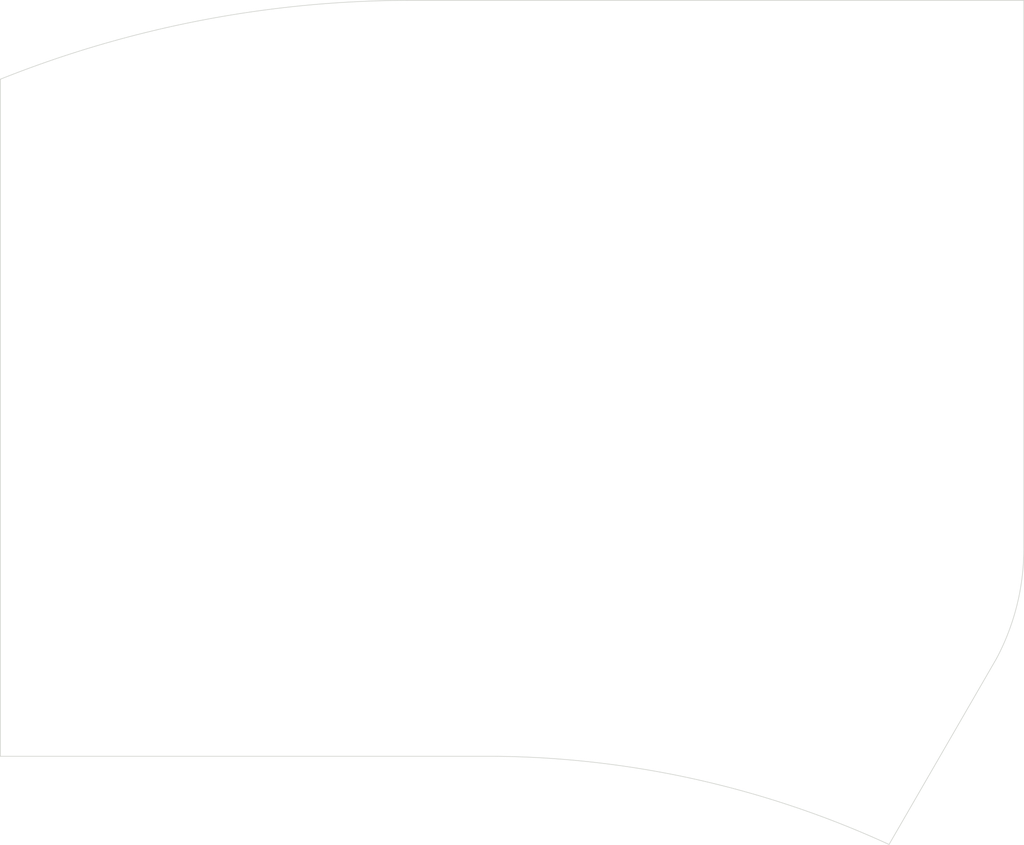
<source format=kicad_pcb>
(kicad_pcb (version 20171130) (host pcbnew "(5.1.6)-1")

  (general
    (thickness 1.6)
    (drawings 8)
    (tracks 0)
    (zones 0)
    (modules 6)
    (nets 1)
  )

  (page A3)
  (layers
    (0 F.Cu signal)
    (31 B.Cu signal)
    (32 B.Adhes user)
    (33 F.Adhes user)
    (34 B.Paste user)
    (35 F.Paste user)
    (36 B.SilkS user)
    (37 F.SilkS user)
    (38 B.Mask user)
    (39 F.Mask user)
    (40 Dwgs.User user)
    (41 Cmts.User user)
    (42 Eco1.User user)
    (43 Eco2.User user)
    (44 Edge.Cuts user)
    (45 Margin user)
    (46 B.CrtYd user)
    (47 F.CrtYd user)
    (48 B.Fab user)
    (49 F.Fab user)
  )

  (setup
    (last_trace_width 0.2)
    (user_trace_width 0.2)
    (user_trace_width 0.5)
    (user_trace_width 1)
    (user_trace_width 1.7526)
    (trace_clearance 0.127)
    (zone_clearance 0.2)
    (zone_45_only no)
    (trace_min 0.2)
    (via_size 0.45)
    (via_drill 0.3)
    (via_min_size 0.4)
    (via_min_drill 0.3)
    (user_via 0.6 0.3)
    (uvia_size 0.3)
    (uvia_drill 0.1)
    (uvias_allowed no)
    (uvia_min_size 0.2)
    (uvia_min_drill 0.1)
    (edge_width 0.1)
    (segment_width 0.2)
    (pcb_text_width 0.3)
    (pcb_text_size 1.5 1.5)
    (mod_edge_width 0.12)
    (mod_text_size 1 1)
    (mod_text_width 0.15)
    (pad_size 3.2 2)
    (pad_drill 2.8)
    (pad_to_mask_clearance 0.051)
    (solder_mask_min_width 0.25)
    (aux_axis_origin 0 0)
    (visible_elements 7FFFFFFF)
    (pcbplotparams
      (layerselection 0x010fc_ffffffff)
      (usegerberextensions false)
      (usegerberattributes false)
      (usegerberadvancedattributes false)
      (creategerberjobfile false)
      (excludeedgelayer true)
      (linewidth 0.100000)
      (plotframeref false)
      (viasonmask false)
      (mode 1)
      (useauxorigin false)
      (hpglpennumber 1)
      (hpglpenspeed 20)
      (hpglpendiameter 15.000000)
      (psnegative false)
      (psa4output false)
      (plotreference true)
      (plotvalue true)
      (plotinvisibletext false)
      (padsonsilk false)
      (subtractmaskfromsilk false)
      (outputformat 1)
      (mirror false)
      (drillshape 0)
      (scaleselection 1)
      (outputdirectory "CantaloupeV2.0-Base/"))
  )

  (net 0 "")

  (net_class Default "This is the default net class."
    (clearance 0.127)
    (trace_width 0.2)
    (via_dia 0.45)
    (via_drill 0.3)
    (uvia_dia 0.3)
    (uvia_drill 0.1)
  )

  (net_class Battery ""
    (clearance 0.127)
    (trace_width 1)
    (via_dia 0.7)
    (via_drill 0.35)
    (uvia_dia 0.3)
    (uvia_drill 0.1)
  )

  (net_class Power ""
    (clearance 0.127)
    (trace_width 0.5)
    (via_dia 0.6)
    (via_drill 0.3)
    (uvia_dia 0.3)
    (uvia_drill 0.1)
  )

  (module MountingHole:MountingHole_2.2mm_M2 (layer F.Cu) (tedit 56D1B4CB) (tstamp 61EA2B60)
    (at 129.047816 42.04011 180)
    (descr "Mounting Hole 2.2mm, no annular, M2")
    (tags "mounting hole 2.2mm no annular m2")
    (path /62097F0B)
    (attr virtual)
    (fp_text reference H5 (at 0 -2.54) (layer F.SilkS) hide
      (effects (font (size 0.29972 0.29972) (thickness 0.0762)))
    )
    (fp_text value Hole (at 0 2.54) (layer F.SilkS) hide
      (effects (font (size 0.29972 0.29972) (thickness 0.0762)))
    )
    (fp_circle (center 0 0) (end 2.45 0) (layer F.CrtYd) (width 0.05))
    (fp_circle (center 0 0) (end 2.2 0) (layer Cmts.User) (width 0.15))
    (fp_text user %R (at 0.3 0) (layer F.Fab)
      (effects (font (size 1 1) (thickness 0.15)))
    )
    (pad 1 np_thru_hole circle (at 0 0 180) (size 2.2 2.2) (drill 2.2) (layers *.Cu *.Mask))
  )

  (module MountingHole:MountingHole_2.2mm_M2 (layer F.Cu) (tedit 56D1B4CB) (tstamp 61EA2B59)
    (at 71.897816 36.679817 180)
    (descr "Mounting Hole 2.2mm, no annular, M2")
    (tags "mounting hole 2.2mm no annular m2")
    (path /6209708C)
    (attr virtual)
    (fp_text reference H3 (at 0 -2.54) (layer F.SilkS) hide
      (effects (font (size 0.29972 0.29972) (thickness 0.0762)))
    )
    (fp_text value Hole (at 0 2.54) (layer F.SilkS) hide
      (effects (font (size 0.29972 0.29972) (thickness 0.0762)))
    )
    (fp_circle (center 0 0) (end 2.45 0) (layer F.CrtYd) (width 0.05))
    (fp_circle (center 0 0) (end 2.2 0) (layer Cmts.User) (width 0.15))
    (fp_text user %R (at 0.3 0) (layer F.Fab)
      (effects (font (size 1 1) (thickness 0.15)))
    )
    (pad 1 np_thru_hole circle (at 0 0 180) (size 2.2 2.2) (drill 2.2) (layers *.Cu *.Mask))
  )

  (module MountingHole:MountingHole_2.2mm_M2 (layer F.Cu) (tedit 56D1B4CB) (tstamp 61EA2B52)
    (at 131.079816 105.47661 180)
    (descr "Mounting Hole 2.2mm, no annular, M2")
    (tags "mounting hole 2.2mm no annular m2")
    (path /62097F11)
    (attr virtual)
    (fp_text reference H6 (at 0 -2.54) (layer F.SilkS) hide
      (effects (font (size 0.29972 0.29972) (thickness 0.0762)))
    )
    (fp_text value Hole (at 0 2.54) (layer F.SilkS) hide
      (effects (font (size 0.29972 0.29972) (thickness 0.0762)))
    )
    (fp_circle (center 0 0) (end 2.45 0) (layer F.CrtYd) (width 0.05))
    (fp_circle (center 0 0) (end 2.2 0) (layer Cmts.User) (width 0.15))
    (fp_text user %R (at 0.3 0) (layer F.Fab)
      (effects (font (size 1 1) (thickness 0.15)))
    )
    (pad 1 np_thru_hole circle (at 0 0 180) (size 2.2 2.2) (drill 2.2) (layers *.Cu *.Mask))
  )

  (module MountingHole:MountingHole_2.2mm_M2 (layer F.Cu) (tedit 56D1B4CB) (tstamp 61EA2B4B)
    (at 33.851856 44.712574 180)
    (descr "Mounting Hole 2.2mm, no annular, M2")
    (tags "mounting hole 2.2mm no annular m2")
    (path /62077E70)
    (attr virtual)
    (fp_text reference H1 (at 0 -2.54) (layer F.SilkS) hide
      (effects (font (size 0.29972 0.29972) (thickness 0.0762)))
    )
    (fp_text value Hole (at 0 2.54) (layer F.SilkS) hide
      (effects (font (size 0.29972 0.29972) (thickness 0.0762)))
    )
    (fp_circle (center 0 0) (end 2.45 0) (layer F.CrtYd) (width 0.05))
    (fp_circle (center 0 0) (end 2.2 0) (layer Cmts.User) (width 0.15))
    (fp_text user %R (at 0.3 0) (layer F.Fab)
      (effects (font (size 1 1) (thickness 0.15)))
    )
    (pad 1 np_thru_hole circle (at 0 0 180) (size 2.2 2.2) (drill 2.2) (layers *.Cu *.Mask))
  )

  (module MountingHole:MountingHole_2.2mm_M2 (layer F.Cu) (tedit 56D1B4CB) (tstamp 61EA2B44)
    (at 80.914816 96.71361 180)
    (descr "Mounting Hole 2.2mm, no annular, M2")
    (tags "mounting hole 2.2mm no annular m2")
    (path /62097F05)
    (attr virtual)
    (fp_text reference H4 (at 0 -2.54) (layer F.SilkS) hide
      (effects (font (size 0.29972 0.29972) (thickness 0.0762)))
    )
    (fp_text value Hole (at 0 2.54) (layer F.SilkS) hide
      (effects (font (size 0.29972 0.29972) (thickness 0.0762)))
    )
    (fp_circle (center 0 0) (end 2.45 0) (layer F.CrtYd) (width 0.05))
    (fp_circle (center 0 0) (end 2.2 0) (layer Cmts.User) (width 0.15))
    (fp_text user %R (at 0.3 0) (layer F.Fab)
      (effects (font (size 1 1) (thickness 0.15)))
    )
    (pad 1 np_thru_hole circle (at 0 0 180) (size 2.2 2.2) (drill 2.2) (layers *.Cu *.Mask))
  )

  (module MountingHole:MountingHole_2.2mm_M2 (layer F.Cu) (tedit 56D1B4CB) (tstamp 61EA2B3D)
    (at 33.851856 101.862572 180)
    (descr "Mounting Hole 2.2mm, no annular, M2")
    (tags "mounting hole 2.2mm no annular m2")
    (path /62096D2A)
    (attr virtual)
    (fp_text reference H2 (at 0 -2.54) (layer F.SilkS) hide
      (effects (font (size 0.29972 0.29972) (thickness 0.0762)))
    )
    (fp_text value Hole (at 0 2.54) (layer F.SilkS) hide
      (effects (font (size 0.29972 0.29972) (thickness 0.0762)))
    )
    (fp_circle (center 0 0) (end 2.45 0) (layer F.CrtYd) (width 0.05))
    (fp_circle (center 0 0) (end 2.2 0) (layer Cmts.User) (width 0.15))
    (fp_text user %R (at 0.3 0) (layer F.Fab)
      (effects (font (size 1 1) (thickness 0.15)))
    )
    (pad 1 np_thru_hole circle (at 0 0 180) (size 2.2 2.2) (drill 2.2) (layers *.Cu *.Mask))
  )

  (gr_line (start 84.676825 122.137412) (end 14.801425 122.137412) (layer Edge.Cuts) (width 0.1))
  (gr_arc (start 72.465425 171.219412) (end 71.951915 15.79526) (angle -21.5887) (layer Edge.Cuts) (width 0.1))
  (gr_line (start 154.875666 108.345928) (end 139.744425 134.539412) (layer Edge.Cuts) (width 0.1))
  (gr_line (start 14.801425 122.137412) (end 14.801425 26.887712) (layer Edge.Cuts) (width 0.1))
  (gr_line (start 71.951725 15.795512) (end 158.692425 15.795512) (layer Edge.Cuts) (width 0.1))
  (gr_arc (start 83.044625 257.808411) (end 139.744031 134.541293) (angle -24.0117) (layer Edge.Cuts) (width 0.1))
  (gr_line (start 158.692424 15.793712) (end 158.692424 92.762212) (layer Edge.Cuts) (width 0.1))
  (gr_arc (start 125.817424 92.969212) (end 154.875666 108.345928) (angle -28.247108) (layer Edge.Cuts) (width 0.1))

)

</source>
